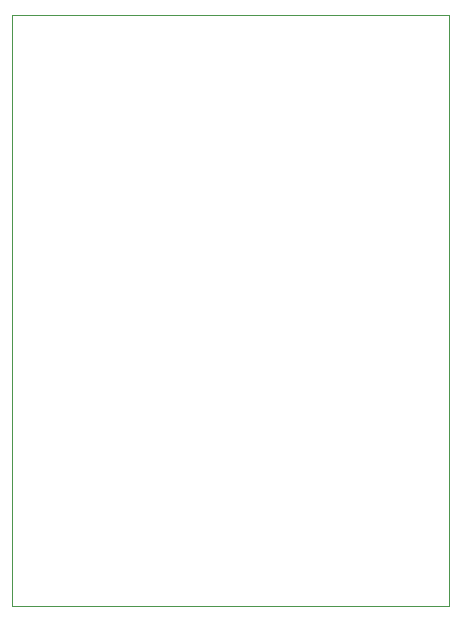
<source format=gbr>
G04 (created by PCBNEW (2013-07-07 BZR 4022)-stable) date 2015/10/26 20:25:39*
%MOIN*%
G04 Gerber Fmt 3.4, Leading zero omitted, Abs format*
%FSLAX34Y34*%
G01*
G70*
G90*
G04 APERTURE LIST*
%ADD10C,0.00590551*%
%ADD11C,0.00393701*%
G04 APERTURE END LIST*
G54D10*
G54D11*
X17322Y-31496D02*
X18110Y-31496D01*
X17322Y-11811D02*
X17322Y-31496D01*
X18110Y-11811D02*
X17322Y-11811D01*
X31889Y-11811D02*
X29921Y-11811D01*
X31889Y-31496D02*
X31889Y-11811D01*
X29921Y-31496D02*
X31889Y-31496D01*
X29921Y-31496D02*
X18110Y-31496D01*
X18110Y-11811D02*
X29921Y-11811D01*
M02*

</source>
